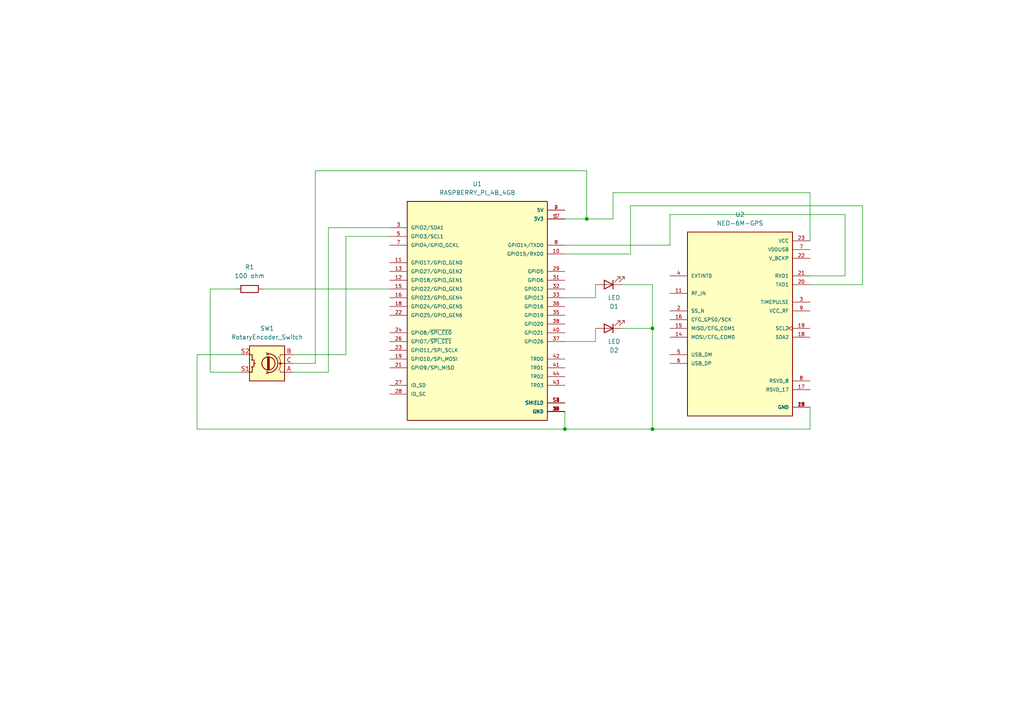
<source format=kicad_sch>
(kicad_sch (version 20230121) (generator eeschema)
  (paper "A4")
  (lib_symbols
    (symbol "Device:LED" (pin_numbers hide) (pin_names (offset 1.016) hide)
      (property "Reference" "D" (at 0 2.54 0))
      (property "Value" "LED" (at 0 -2.54 0))
      (symbol "LED_0_1"
        (polyline (pts (xy -1.27 -1.27) (xy -1.27 1.27)) (stroke (width 0.254)))
        (polyline (pts (xy -1.27 0) (xy 1.27 0)))
        (polyline (pts (xy 1.27 -1.27) (xy 1.27 1.27) (xy -1.27 0) (xy 1.27 -1.27)) (stroke (width 0.254)))
        (polyline (pts (xy -3.048 -0.762) (xy -4.572 -2.286) (xy -3.81 -2.286) (xy -4.572 -2.286) (xy -4.572 -1.524)))
        (polyline (pts (xy -1.778 -0.762) (xy -3.302 -2.286) (xy -2.54 -2.286) (xy -3.302 -2.286) (xy -3.302 -1.524)))
      )
      (symbol "LED_1_1"
        (pin passive line (at -3.81 0 0) (length 2.54) (name "K") (number "1"))
        (pin passive line (at 3.81 0 180) (length 2.54) (name "A") (number "2"))
      )
    )
    (symbol "Device:R" (pin_numbers hide) (pin_names (offset 0))
      (property "Reference" "R" (at 2.032 0 90))
      (property "Value" "R" (at 0 0 90))
      (symbol "R_0_1"
        (rectangle (start -1.016 -2.54) (end 1.016 2.54) (stroke (width 0.254)))
      )
      (symbol "R_1_1"
        (pin passive line (at 0 3.81 270) (length 1.27) (name "~") (number "1"))
        (pin passive line (at 0 -3.81 90) (length 1.27) (name "~") (number "2"))
      )
    )
    (symbol "Device:RotaryEncoder_Switch" (pin_names (offset 0.254) hide)
      (property "Reference" "SW" (at 0 6.604 0))
      (property "Value" "RotaryEncoder_Switch" (at 0 -6.604 0))
      (symbol "RotaryEncoder_Switch_0_1"
        (rectangle (start -5.08 5.08) (end 5.08 -5.08) (stroke (width 0.254)) (fill (type background)))
        (circle (center -3.81 0) (radius 0.254) (fill (type outline)))
        (circle (center -0.381 0) (radius 1.905) (stroke (width 0.254)))
        (arc (start -0.381 2.667) (mid -3.0988 -0.0635) (end -0.381 -2.794) (stroke (width 0.254)))
        (polyline (pts (xy -0.635 -1.778) (xy -0.635 1.778)) (stroke (width 0.254)))
        (polyline (pts (xy -0.381 -1.778) (xy -0.381 1.778)) (stroke (width 0.254)))
        (polyline (pts (xy -0.127 1.778) (xy -0.127 -1.778)) (stroke (width 0.254)))
        (polyline (pts (xy 3.81 0) (xy 3.429 0)) (stroke (width 0.254)))
        (polyline (pts (xy 3.81 1.016) (xy 3.81 -1.016)) (stroke (width 0.254)))
        (polyline (pts (xy -5.08 -2.54) (xy -3.81 -2.54) (xy -3.81 -2.032)))
        (polyline (pts (xy -5.08 2.54) (xy -3.81 2.54) (xy -3.81 2.032)))
        (polyline (pts (xy 0.254 -3.048) (xy -0.508 -2.794) (xy 0.127 -2.413)) (stroke (width 0.254)))
        (polyline (pts (xy 0.254 2.921) (xy -0.508 2.667) (xy 0.127 2.286)) (stroke (width 0.254)))
        (polyline (pts (xy 5.08 -2.54) (xy 4.318 -2.54) (xy 4.318 -1.016)) (stroke (width 0.254)))
        (polyline (pts (xy 5.08 2.54) (xy 4.318 2.54) (xy 4.318 1.016)) (stroke (width 0.254)))
        (polyline (pts (xy -5.08 0) (xy -3.81 0) (xy -3.81 -1.016) (xy -3.302 -2.032)))
        (polyline (pts (xy -4.318 0) (xy -3.81 0) (xy -3.81 1.016) (xy -3.302 2.032)))
        (circle (center 4.318 -1.016) (radius 0.127) (stroke (width 0.254)))
        (circle (center 4.318 1.016) (radius 0.127) (stroke (width 0.254)))
      )
      (symbol "RotaryEncoder_Switch_1_1"
        (pin passive line (at -7.62 2.54 0) (length 2.54) (name "A") (number "A"))
        (pin passive line (at -7.62 -2.54 0) (length 2.54) (name "B") (number "B"))
        (pin passive line (at -7.62 0 0) (length 2.54) (name "C") (number "C"))
        (pin passive line (at 7.62 2.54 180) (length 2.54) (name "S1") (number "S1"))
        (pin passive line (at 7.62 -2.54 180) (length 2.54) (name "S2") (number "S2"))
      )
    )
    (symbol "NEO-6M-GPS:NEO-6M-GPS" (pin_names (offset 1.016))
      (property "Reference" "U" (at -15.2439 26.0408 0))
      (property "Value" "NEO-6M-GPS" (at -15.2445 -30.4874 0))
      (symbol "NEO-6M-GPS_0_0"
        (rectangle (start -15.24 -27.94) (end 15.24 25.4) (stroke (width 0.254)) (fill (type background)))
        (pin power_in line (at 20.32 -25.4 180) (length 5.08) (name "GND") (number "10"))
        (pin input line (at -20.32 7.62 0) (length 5.08) (name "RF_IN") (number "11"))
        (pin power_in line (at 20.32 -25.4 180) (length 5.08) (name "GND") (number "12"))
        (pin power_in line (at 20.32 -25.4 180) (length 5.08) (name "GND") (number "13"))
        (pin bidirectional line (at -20.32 -5.08 0) (length 5.08) (name "MOSI/CFG_COM0") (number "14"))
        (pin input line (at -20.32 -2.54 0) (length 5.08) (name "MISO/CFG_COM1") (number "15"))
        (pin input line (at -20.32 0 0) (length 5.08) (name "CFG_GPS0/SCK") (number "16"))
        (pin passive line (at 20.32 -20.32 180) (length 5.08) (name "RSVD_17") (number "17"))
        (pin bidirectional line (at 20.32 -5.08 180) (length 5.08) (name "SDA2") (number "18"))
        (pin bidirectional clock (at 20.32 -2.54 180) (length 5.08) (name "SCL2") (number "19"))
        (pin input line (at -20.32 2.54 0) (length 5.08) (name "SS_N") (number "2"))
        (pin output line (at 20.32 10.16 180) (length 5.08) (name "TXD1") (number "20"))
        (pin input line (at 20.32 12.7 180) (length 5.08) (name "RXD1") (number "21"))
        (pin power_in line (at 20.32 17.78 180) (length 5.08) (name "V_BCKP") (number "22"))
        (pin power_in line (at 20.32 22.86 180) (length 5.08) (name "VCC") (number "23"))
        (pin power_in line (at 20.32 -25.4 180) (length 5.08) (name "GND") (number "24"))
        (pin output line (at 20.32 5.08 180) (length 5.08) (name "TIMEPULSE") (number "3"))
        (pin input line (at -20.32 12.7 0) (length 5.08) (name "EXTINT0") (number "4"))
        (pin bidirectional line (at -20.32 -10.16 0) (length 5.08) (name "USB_DM") (number "5"))
        (pin bidirectional line (at -20.32 -12.7 0) (length 5.08) (name "USB_DP") (number "6"))
        (pin power_in line (at 20.32 20.32 180) (length 5.08) (name "VDDUSB") (number "7"))
        (pin passive line (at 20.32 -17.78 180) (length 5.08) (name "RSVD_8") (number "8"))
        (pin output line (at 20.32 2.54 180) (length 5.08) (name "VCC_RF") (number "9"))
      )
    )
    (symbol "RASPBERRY_PI_4B_4GB:RASPBERRY_PI_4B_4GB" (pin_names (offset 1.016))
      (property "Reference" "U" (at -20.32 33.528 0))
      (property "Value" "RASPBERRY_PI_4B_4GB" (at -20.32 -33.02 0))
      (symbol "RASPBERRY_PI_4B_4GB_0_0"
        (rectangle (start -20.32 -30.48) (end 20.32 33.02) (stroke (width 0.254)) (fill (type background)))
        (pin power_in line (at 25.4 27.94 180) (length 5.08) (name "3V3") (number "1"))
        (pin bidirectional line (at 25.4 17.78 180) (length 5.08) (name "GPIO15/RXD0") (number "10"))
        (pin bidirectional line (at -25.4 15.24 0) (length 5.08) (name "GPIO17/GPIO_GEN0") (number "11"))
        (pin bidirectional line (at -25.4 10.16 0) (length 5.08) (name "GPIO18/GPIO_GEN1") (number "12"))
        (pin bidirectional line (at -25.4 12.7 0) (length 5.08) (name "GPIO27/GPIO_GEN2") (number "13"))
        (pin power_in line (at 25.4 -27.94 180) (length 5.08) (name "GND") (number "14"))
        (pin bidirectional line (at -25.4 7.62 0) (length 5.08) (name "GPIO22/GPIO_GEN3") (number "15"))
        (pin bidirectional line (at -25.4 5.08 0) (length 5.08) (name "GPIO23/GPIO_GEN4") (number "16"))
        (pin power_in line (at 25.4 27.94 180) (length 5.08) (name "3V3") (number "17"))
        (pin bidirectional line (at -25.4 2.54 0) (length 5.08) (name "GPIO24/GPIO_GEN5") (number "18"))
        (pin bidirectional line (at -25.4 -12.7 0) (length 5.08) (name "GPIO10/SPI_MOSI") (number "19"))
        (pin power_in line (at 25.4 30.48 180) (length 5.08) (name "5V") (number "2"))
        (pin power_in line (at 25.4 -27.94 180) (length 5.08) (name "GND") (number "20"))
        (pin bidirectional line (at -25.4 -15.24 0) (length 5.08) (name "GPIO9/SPI_MISO") (number "21"))
        (pin bidirectional line (at -25.4 0 0) (length 5.08) (name "GPIO25/GPIO_GEN6") (number "22"))
        (pin bidirectional line (at -25.4 -10.16 0) (length 5.08) (name "GPIO11/SPI_SCLK") (number "23"))
        (pin bidirectional line (at -25.4 -5.08 0) (length 5.08) (name "GPIO8/~{SPI_CE0}") (number "24"))
        (pin power_in line (at 25.4 -27.94 180) (length 5.08) (name "GND") (number "25"))
        (pin bidirectional line (at -25.4 -7.62 0) (length 5.08) (name "GPIO7/~{SPI_CE1}") (number "26"))
        (pin bidirectional line (at -25.4 -20.32 0) (length 5.08) (name "ID_SD") (number "27"))
        (pin bidirectional line (at -25.4 -22.86 0) (length 5.08) (name "ID_SC") (number "28"))
        (pin bidirectional line (at 25.4 12.7 180) (length 5.08) (name "GPIO5") (number "29"))
        (pin bidirectional line (at -25.4 25.4 0) (length 5.08) (name "GPIO2/SDA1") (number "3"))
        (pin power_in line (at 25.4 -27.94 180) (length 5.08) (name "GND") (number "30"))
        (pin bidirectional line (at 25.4 10.16 180) (length 5.08) (name "GPIO6") (number "31"))
        (pin bidirectional line (at 25.4 7.62 180) (length 5.08) (name "GPIO12") (number "32"))
        (pin bidirectional line (at 25.4 5.08 180) (length 5.08) (name "GPIO13") (number "33"))
        (pin power_in line (at 25.4 -27.94 180) (length 5.08) (name "GND") (number "34"))
        (pin bidirectional line (at 25.4 0 180) (length 5.08) (name "GPIO19") (number "35"))
        (pin bidirectional line (at 25.4 2.54 180) (length 5.08) (name "GPIO16") (number "36"))
        (pin bidirectional line (at 25.4 -7.62 180) (length 5.08) (name "GPIO26") (number "37"))
        (pin bidirectional line (at 25.4 -2.54 180) (length 5.08) (name "GPIO20") (number "38"))
        (pin power_in line (at 25.4 -27.94 180) (length 5.08) (name "GND") (number "39"))
        (pin power_in line (at 25.4 30.48 180) (length 5.08) (name "5V") (number "4"))
        (pin bidirectional line (at 25.4 -5.08 180) (length 5.08) (name "GPIO21") (number "40"))
        (pin bidirectional line (at 25.4 -15.24 180) (length 5.08) (name "TR01") (number "41"))
        (pin bidirectional line (at 25.4 -12.7 180) (length 5.08) (name "TR00") (number "42"))
        (pin bidirectional line (at 25.4 -20.32 180) (length 5.08) (name "TR03") (number "43"))
        (pin bidirectional line (at 25.4 -17.78 180) (length 5.08) (name "TR02") (number "44"))
        (pin bidirectional line (at -25.4 22.86 0) (length 5.08) (name "GPIO3/SCL1") (number "5"))
        (pin power_in line (at 25.4 -27.94 180) (length 5.08) (name "GND") (number "6"))
        (pin bidirectional line (at -25.4 20.32 0) (length 5.08) (name "GPIO4/GPIO_GCKL") (number "7"))
        (pin bidirectional line (at 25.4 20.32 180) (length 5.08) (name "GPIO14/TXD0") (number "8"))
        (pin power_in line (at 25.4 -27.94 180) (length 5.08) (name "GND") (number "9"))
        (pin power_in line (at 25.4 -25.4 180) (length 5.08) (name "SHIELD") (number "S1"))
        (pin power_in line (at 25.4 -25.4 180) (length 5.08) (name "SHIELD") (number "S2"))
        (pin power_in line (at 25.4 -25.4 180) (length 5.08) (name "SHIELD") (number "S3"))
        (pin power_in line (at 25.4 -25.4 180) (length 5.08) (name "SHIELD") (number "S4"))
      )
    )
  )
  (junction (at 170.18 63.5))
  (junction (at 163.83 124.46))
  (junction (at 189.23 95.25))
  (junction (at 189.23 124.46))
  (wire (pts (xy 189.23 124.46) (xy 163.83 124.46)))
  (wire (pts (xy 100.33 68.58) (xy 113.03 68.58)))
  (wire (pts (xy 172.72 99.06) (xy 172.72 95.25)))
  (wire (pts (xy 57.15 124.46) (xy 163.83 124.46)))
  (wire (pts (xy 85.09 107.95) (xy 95.25 107.95)))
  (wire (pts (xy 76.2 83.82) (xy 113.03 83.82)))
  (wire (pts (xy 163.83 86.36) (xy 172.72 86.36)))
  (wire (pts (xy 60.96 107.95) (xy 60.96 83.82)))
  (wire (pts (xy 245.11 80.01) (xy 245.11 62.23)))
  (wire (pts (xy 234.95 55.88) (xy 234.95 69.85)))
  (wire (pts (xy 189.23 82.55) (xy 189.23 95.25)))
  (wire (pts (xy 163.83 73.66) (xy 182.88 73.66)))
  (wire (pts (xy 91.44 105.41) (xy 91.44 49.53)))
  (wire (pts (xy 163.83 63.5) (xy 170.18 63.5)))
  (wire (pts (xy 234.95 55.88) (xy 177.8 55.88)))
  (wire (pts (xy 245.11 62.23) (xy 194.31 62.23)))
  (wire (pts (xy 170.18 49.53) (xy 170.18 63.5)))
  (wire (pts (xy 95.25 107.95) (xy 95.25 66.04)))
  (wire (pts (xy 95.25 66.04) (xy 113.03 66.04)))
  (wire (pts (xy 182.88 59.69) (xy 250.19 59.69)))
  (wire (pts (xy 163.83 99.06) (xy 172.72 99.06)))
  (wire (pts (xy 234.95 118.11) (xy 234.95 124.46)))
  (wire (pts (xy 189.23 95.25) (xy 189.23 124.46)))
  (wire (pts (xy 172.72 86.36) (xy 172.72 82.55)))
  (wire (pts (xy 170.18 63.5) (xy 177.8 63.5)))
  (wire (pts (xy 69.85 102.87) (xy 57.15 102.87)))
  (wire (pts (xy 180.34 82.55) (xy 189.23 82.55)))
  (wire (pts (xy 182.88 73.66) (xy 182.88 59.69)))
  (wire (pts (xy 250.19 82.55) (xy 234.95 82.55)))
  (wire (pts (xy 194.31 62.23) (xy 194.31 71.12)))
  (wire (pts (xy 194.31 71.12) (xy 163.83 71.12)))
  (wire (pts (xy 163.83 119.38) (xy 163.83 124.46)))
  (wire (pts (xy 91.44 49.53) (xy 170.18 49.53)))
  (wire (pts (xy 85.09 105.41) (xy 91.44 105.41)))
  (wire (pts (xy 69.85 107.95) (xy 60.96 107.95)))
  (wire (pts (xy 234.95 80.01) (xy 245.11 80.01)))
  (wire (pts (xy 85.09 102.87) (xy 100.33 102.87)))
  (wire (pts (xy 250.19 59.69) (xy 250.19 82.55)))
  (wire (pts (xy 234.95 124.46) (xy 189.23 124.46)))
  (wire (pts (xy 180.34 95.25) (xy 189.23 95.25)))
  (wire (pts (xy 57.15 102.87) (xy 57.15 124.46)))
  (wire (pts (xy 100.33 102.87) (xy 100.33 68.58)))
  (wire (pts (xy 177.8 55.88) (xy 177.8 63.5)))
  (wire (pts (xy 60.96 83.82) (xy 68.58 83.82)))
  (symbol (lib_id "Device:RotaryEncoder_Switch") (at 77.47 105.41 180) (unit 1)
    (property "Reference" "SW1" (at 77.47 95.25 0))
    (property "Value" "RotaryEncoder_Switch" (at 77.47 97.79 0))
  )
  (symbol (lib_id "RASPBERRY_PI_4B_4GB:RASPBERRY_PI_4B_4GB") (at 138.43 91.44 0) (unit 1)
    (property "Reference" "U1" (at 138.43 53.34 0))
    (property "Value" "RASPBERRY_PI_4B_4GB" (at 138.43 55.88 0))
    (property "Footprint" "RASPBERRY_PI_4B_4GB:MODULE_RASPBERRY_PI_4B_4GB" (effects hide))
    (property "MF" "Raspberry Pi" (effects hide))
    (property "MAXIMUM_PACKAGE_HEIGHT" "16 mm" (effects hide))
    (property "Package" "None" (effects hide))
    (property "Price" "None" (effects hide))
    (property "Check_prices" "https://www.snapeda.com/parts/RASPBERRY%20PI%204B/4GB/Raspberry+Pi/view-part/?ref=eda" (effects hide))
    (property "STANDARD" "Manufacturer Recommendations" (effects hide))
    (property "PARTREV" "4" (effects hide))
    (property "SnapEDA_Link" "https://www.snapeda.com/parts/RASPBERRY%20PI%204B/4GB/Raspberry+Pi/view-part/?ref=snap" (effects hide))
    (property "MP" "RASPBERRY PI 4B/4GB" (effects hide))
    (property "Description" "\nBCM2711 Raspberry Pi 4 Model B 4GB - ARM® Cortex®-A72 MPU Embedded Evaluation Board\n" (effects hide))
    (property "MANUFACTURER" "Raspberry Pi" (effects hide))
    (property "Availability" "In Stock" (effects hide))
    (property "SNAPEDA_PN" "RASPBERRY PI 4B/4GB" (effects hide))
  )
  (symbol (lib_id "Device:LED") (at 176.53 82.55 180) (unit 1)
    (property "Reference" "D1" (at 178.1175 88.9 0))
    (property "Value" "LED" (at 178.1175 86.36 0))
  )
  (symbol (lib_id "NEO-6M-GPS:NEO-6M-GPS") (at 214.63 92.71 0) (unit 1)
    (property "Reference" "U2" (at 214.63 62.23 0))
    (property "Value" "NEO-6M-GPS" (at 214.63 64.77 0))
    (property "Footprint" "NEO-6M-GPS:XCVR_NEO-6M-GPS" (effects hide))
    (property "MF" "u-blox" (effects hide))
    (property "Description" "\nGPS Development Tools SparkFun GNSS-RTK Dead Reckoning Breakout - ZED-F9K (Qwiic)\n" (effects hide))
    (property "Package" "None" (effects hide))
    (property "Price" "None" (effects hide))
    (property "Check_prices" "https://www.snapeda.com/parts/NEO-6M-GPS/u-blox/view-part/?ref=eda" (effects hide))
    (property "STANDARD" "Manufacturer Recommendations" (effects hide))
    (property "PARTREV" "R15" (effects hide))
    (property "SnapEDA_Link" "https://www.snapeda.com/parts/NEO-6M-GPS/u-blox/view-part/?ref=snap" (effects hide))
    (property "MP" "NEO-6M-GPS" (effects hide))
    (property "Availability" "Not in stock" (effects hide))
    (property "MANUFACTURER" "U-Blox" (effects hide))
  )
  (symbol (lib_id "Device:LED") (at 176.53 95.25 180) (unit 1)
    (property "Reference" "D2" (at 178.1175 101.6 0))
    (property "Value" "LED" (at 178.1175 99.06 0))
  )
  (symbol (lib_id "Device:R") (at 72.39 83.82 90) (unit 1)
    (property "Reference" "R1" (at 72.39 77.47 90))
    (property "Value" "100 ohm" (at 72.39 80.01 90))
  )
)
</source>
